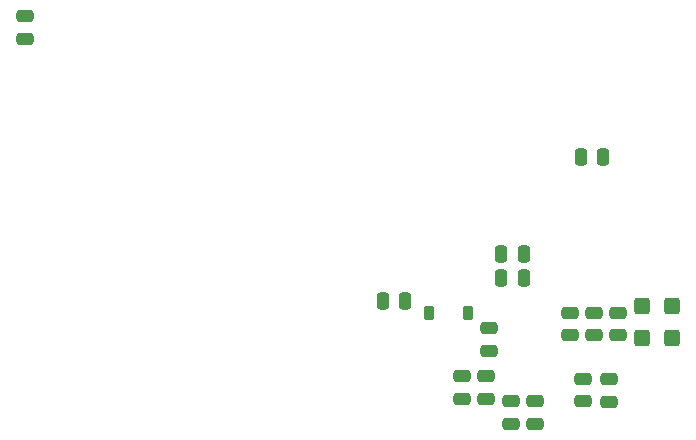
<source format=gbr>
%TF.GenerationSoftware,KiCad,Pcbnew,7.0.11-7.0.11~ubuntu20.04.1*%
%TF.CreationDate,2024-03-20T21:38:14+00:00*%
%TF.ProjectId,MDFPGA,4d444650-4741-42e6-9b69-6361645f7063,rev?*%
%TF.SameCoordinates,Original*%
%TF.FileFunction,Paste,Bot*%
%TF.FilePolarity,Positive*%
%FSLAX46Y46*%
G04 Gerber Fmt 4.6, Leading zero omitted, Abs format (unit mm)*
G04 Created by KiCad (PCBNEW 7.0.11-7.0.11~ubuntu20.04.1) date 2024-03-20 21:38:14*
%MOMM*%
%LPD*%
G01*
G04 APERTURE LIST*
G04 Aperture macros list*
%AMRoundRect*
0 Rectangle with rounded corners*
0 $1 Rounding radius*
0 $2 $3 $4 $5 $6 $7 $8 $9 X,Y pos of 4 corners*
0 Add a 4 corners polygon primitive as box body*
4,1,4,$2,$3,$4,$5,$6,$7,$8,$9,$2,$3,0*
0 Add four circle primitives for the rounded corners*
1,1,$1+$1,$2,$3*
1,1,$1+$1,$4,$5*
1,1,$1+$1,$6,$7*
1,1,$1+$1,$8,$9*
0 Add four rect primitives between the rounded corners*
20,1,$1+$1,$2,$3,$4,$5,0*
20,1,$1+$1,$4,$5,$6,$7,0*
20,1,$1+$1,$6,$7,$8,$9,0*
20,1,$1+$1,$8,$9,$2,$3,0*%
G04 Aperture macros list end*
%ADD10RoundRect,0.250000X-0.250000X-0.475000X0.250000X-0.475000X0.250000X0.475000X-0.250000X0.475000X0*%
%ADD11RoundRect,0.250000X0.475000X-0.250000X0.475000X0.250000X-0.475000X0.250000X-0.475000X-0.250000X0*%
%ADD12RoundRect,0.250000X-0.475000X0.250000X-0.475000X-0.250000X0.475000X-0.250000X0.475000X0.250000X0*%
%ADD13RoundRect,0.250000X0.425000X-0.450000X0.425000X0.450000X-0.425000X0.450000X-0.425000X-0.450000X0*%
%ADD14RoundRect,0.225000X0.225000X0.375000X-0.225000X0.375000X-0.225000X-0.375000X0.225000X-0.375000X0*%
%ADD15RoundRect,0.250000X0.250000X0.475000X-0.250000X0.475000X-0.250000X-0.475000X0.250000X-0.475000X0*%
G04 APERTURE END LIST*
D10*
%TO.C,C13*%
X73348000Y-27807000D03*
X75248000Y-27807000D03*
%TD*%
D11*
%TO.C,C6*%
X81156000Y-34665000D03*
X81156000Y-32765000D03*
%TD*%
D12*
%TO.C,C12*%
X72266000Y-34096000D03*
X72266000Y-35996000D03*
%TD*%
D11*
%TO.C,C15*%
X72012000Y-40060000D03*
X72012000Y-38160000D03*
%TD*%
%TO.C,C11*%
X79124000Y-34660000D03*
X79124000Y-32760000D03*
%TD*%
D10*
%TO.C,C8*%
X73348000Y-29839000D03*
X75248000Y-29839000D03*
%TD*%
D11*
%TO.C,C9*%
X76203000Y-42158000D03*
X76203000Y-40258000D03*
%TD*%
D13*
%TO.C,C3*%
X87760000Y-34872000D03*
X87760000Y-32172000D03*
%TD*%
D12*
%TO.C,C1*%
X33020000Y-7686000D03*
X33020000Y-9586000D03*
%TD*%
D11*
%TO.C,C10*%
X74171000Y-42158000D03*
X74171000Y-40258000D03*
%TD*%
D10*
%TO.C,C2*%
X63315000Y-31744000D03*
X65215000Y-31744000D03*
%TD*%
D13*
%TO.C,C5*%
X85220000Y-34872000D03*
X85220000Y-32172000D03*
%TD*%
D12*
%TO.C,C17*%
X82426000Y-38414000D03*
X82426000Y-40314000D03*
%TD*%
D14*
%TO.C,D4*%
X70487000Y-32760000D03*
X67187000Y-32760000D03*
%TD*%
D11*
%TO.C,C14*%
X69980000Y-40060000D03*
X69980000Y-38160000D03*
%TD*%
D15*
%TO.C,C7*%
X81979000Y-19552000D03*
X80079000Y-19552000D03*
%TD*%
D11*
%TO.C,C4*%
X83188000Y-34660000D03*
X83188000Y-32760000D03*
%TD*%
D12*
%TO.C,C16*%
X80267000Y-38348000D03*
X80267000Y-40248000D03*
%TD*%
M02*

</source>
